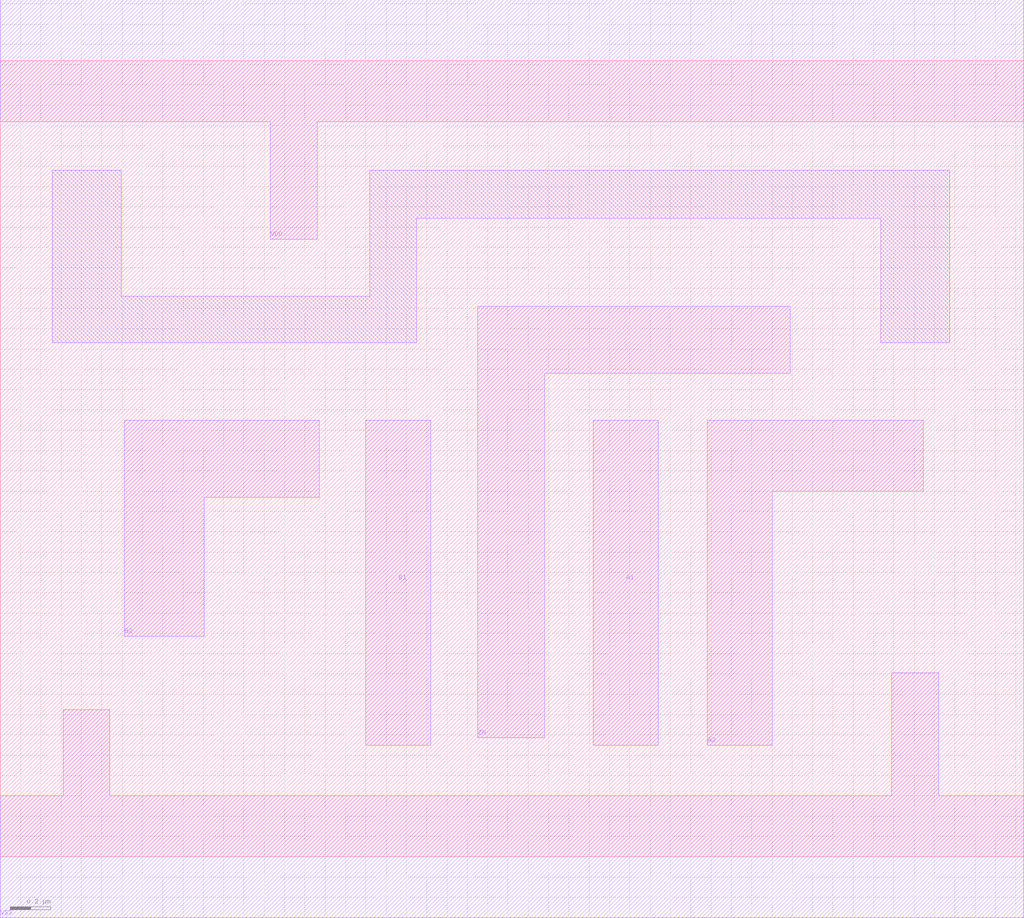
<source format=lef>
# Copyright 2022 GlobalFoundries PDK Authors
#
# Licensed under the Apache License, Version 2.0 (the "License");
# you may not use this file except in compliance with the License.
# You may obtain a copy of the License at
#
#      http://www.apache.org/licenses/LICENSE-2.0
#
# Unless required by applicable law or agreed to in writing, software
# distributed under the License is distributed on an "AS IS" BASIS,
# WITHOUT WARRANTIES OR CONDITIONS OF ANY KIND, either express or implied.
# See the License for the specific language governing permissions and
# limitations under the License.

MACRO gf180mcu_fd_sc_mcu7t5v0__aoi22_1
  CLASS core ;
  FOREIGN gf180mcu_fd_sc_mcu7t5v0__aoi22_1 0.0 0.0 ;
  ORIGIN 0 0 ;
  SYMMETRY X Y ;
  SITE GF018hv5v_mcu_sc7 ;
  SIZE 5.04 BY 3.92 ;
  PIN A1
    DIRECTION INPUT ;
    ANTENNAGATEAREA 1.0965 ;
    PORT
      LAYER METAL1 ;
        POLYGON 2.92 0.55 3.24 0.55 3.24 2.15 2.92 2.15  ;
    END
  END A1
  PIN A2
    DIRECTION INPUT ;
    ANTENNAGATEAREA 1.0965 ;
    PORT
      LAYER METAL1 ;
        POLYGON 3.48 0.55 3.8 0.55 3.8 1.8 4.545 1.8 4.545 2.15 3.48 2.15  ;
    END
  END A2
  PIN B1
    DIRECTION INPUT ;
    ANTENNAGATEAREA 1.0965 ;
    PORT
      LAYER METAL1 ;
        POLYGON 1.8 0.55 2.12 0.55 2.12 2.15 1.8 2.15  ;
    END
  END B1
  PIN B2
    DIRECTION INPUT ;
    ANTENNAGATEAREA 1.0965 ;
    PORT
      LAYER METAL1 ;
        POLYGON 0.61 1.085 1.005 1.085 1.005 1.77 1.57 1.77 1.57 2.15 0.61 2.15  ;
    END
  END B2
  PIN ZN
    DIRECTION OUTPUT ;
    ANTENNADIFFAREA 1.0556 ;
    PORT
      LAYER METAL1 ;
        POLYGON 2.35 0.585 2.68 0.585 2.68 2.38 3.89 2.38 3.89 2.71 2.35 2.71  ;
    END
  END ZN
  PIN VDD
    DIRECTION INOUT ;
    USE power ;
    SHAPE ABUTMENT ;
    PORT
      LAYER METAL1 ;
        POLYGON 0 3.62 1.33 3.62 1.33 3.04 1.56 3.04 1.56 3.62 4.675 3.62 5.04 3.62 5.04 4.22 4.675 4.22 0 4.22  ;
    END
  END VDD
  PIN VSS
    DIRECTION INOUT ;
    USE ground ;
    SHAPE ABUTMENT ;
    PORT
      LAYER METAL1 ;
        POLYGON 0 -0.3 5.04 -0.3 5.04 0.3 4.62 0.3 4.62 0.905 4.39 0.905 4.39 0.3 0.54 0.3 0.54 0.725 0.31 0.725 0.31 0.3 0 0.3  ;
    END
  END VSS
  OBS
      LAYER METAL1 ;
        POLYGON 0.255 2.53 2.05 2.53 2.05 3.145 4.335 3.145 4.335 2.53 4.675 2.53 4.675 3.38 1.82 3.38 1.82 2.76 0.595 2.76 0.595 3.38 0.255 3.38  ;
  END
END gf180mcu_fd_sc_mcu7t5v0__aoi22_1

</source>
